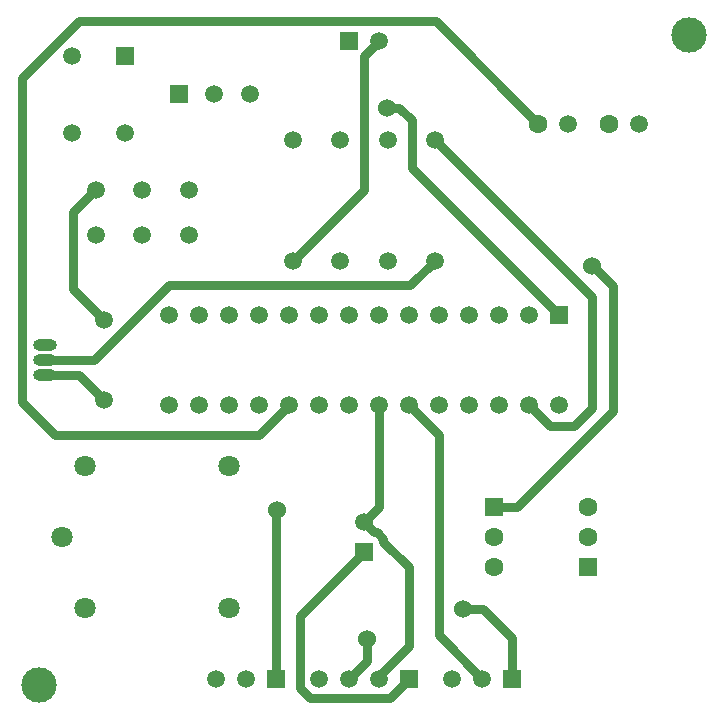
<source format=gtl>
G04 Layer_Physical_Order=1*
G04 Layer_Color=255*
%FSLAX25Y25*%
%MOIN*%
G70*
G01*
G75*
%ADD10C,0.03000*%
%ADD11R,0.06299X0.06299*%
%ADD12C,0.06299*%
%ADD13C,0.05906*%
%ADD14R,0.05906X0.05906*%
%ADD15R,0.05906X0.05906*%
%ADD16O,0.07874X0.03937*%
%ADD17O,0.07874X0.03937*%
%ADD18C,0.07087*%
%ADD19C,0.06299*%
%ADD20C,0.11811*%
%ADD21C,0.05984*%
%ADD22R,0.05984X0.05984*%
%ADD23C,0.06000*%
D10*
X96600Y32624D02*
X118110Y54134D01*
X96600Y8700D02*
Y32624D01*
Y8700D02*
X100000Y5300D01*
X126599D01*
X133110Y11811D01*
X118110Y63976D02*
X123110Y68976D01*
Y103110D01*
X141953Y231000D02*
X176102Y196850D01*
X23000Y231000D02*
X141953D01*
X4000Y212000D02*
X23000Y231000D01*
X21000Y141894D02*
X31496Y131398D01*
X21000Y141894D02*
Y167260D01*
X28543Y174803D01*
X83000Y93000D02*
X93110Y103110D01*
X15000Y93000D02*
X83000D01*
X4000Y104000D02*
X15000Y93000D01*
X4000Y104000D02*
Y212000D01*
X123110Y11811D02*
Y12745D01*
X143000Y26291D02*
X157480Y11811D01*
X143000Y26291D02*
Y93220D01*
X133110Y103110D02*
X143000Y93220D01*
X123110Y12745D02*
X133000Y22635D01*
Y49000D02*
X133087D01*
X133000Y22635D02*
Y49000D01*
X118110Y63976D02*
X121500Y60587D01*
X122513D01*
X124563Y58536D01*
Y57524D02*
Y58536D01*
Y57524D02*
X133087Y49000D01*
X194600Y149000D02*
X201000Y142600D01*
X161417Y69055D02*
X169055D01*
X201000Y101000D01*
Y142600D01*
X141732Y191339D02*
X194000Y139071D01*
Y102000D02*
Y139071D01*
X188000Y96000D02*
X194000Y102000D01*
X180220Y96000D02*
X188000D01*
X173110Y103110D02*
X180220Y96000D01*
X125600Y202100D02*
X129900D01*
X134000Y182220D02*
X183110Y133110D01*
X134000Y182220D02*
Y198000D01*
X129900Y202100D02*
X134000Y198000D01*
X119000Y17701D02*
Y25000D01*
X113110Y11811D02*
X119000Y17701D01*
X88740Y11811D02*
Y67740D01*
X89000Y68000D01*
X151000Y35000D02*
X157800D01*
X167480Y25320D01*
Y11811D02*
Y25320D01*
X11811Y113110D02*
X23209D01*
X31496Y104823D01*
X118000Y219299D02*
X123110Y224409D01*
X118000Y174693D02*
Y219299D01*
X94488Y151181D02*
X118000Y174693D01*
X133551Y143000D02*
X141732Y151181D01*
X53000Y143000D02*
X133551D01*
X28110Y118110D02*
X53000Y143000D01*
X11811Y118110D02*
X28110D01*
D11*
X192913Y49055D02*
D03*
X161417Y69055D02*
D03*
D12*
X192913Y59055D02*
D03*
Y69055D02*
D03*
X161417Y59055D02*
D03*
Y49055D02*
D03*
D13*
X118110Y63976D02*
D03*
X173110Y133110D02*
D03*
X163110D02*
D03*
X153110D02*
D03*
X143110D02*
D03*
X133110D02*
D03*
X123110D02*
D03*
X113110D02*
D03*
X103110D02*
D03*
X93110D02*
D03*
X83110D02*
D03*
X73110D02*
D03*
X63110D02*
D03*
X53110D02*
D03*
Y103110D02*
D03*
X63110D02*
D03*
X73110D02*
D03*
X83110D02*
D03*
X93110D02*
D03*
X103110D02*
D03*
X113110D02*
D03*
X123110D02*
D03*
X133110D02*
D03*
X143110D02*
D03*
X153110D02*
D03*
X163110D02*
D03*
X173110D02*
D03*
X183110D02*
D03*
X79921Y206693D02*
D03*
X68110D02*
D03*
X186102Y196850D02*
D03*
X209724D02*
D03*
X28740Y174803D02*
D03*
Y159843D02*
D03*
X44094D02*
D03*
Y174803D02*
D03*
X59842D02*
D03*
Y159843D02*
D03*
X94488Y151181D02*
D03*
Y191339D02*
D03*
X110236Y151181D02*
D03*
Y191339D02*
D03*
X141732Y151181D02*
D03*
Y191339D02*
D03*
X125984Y151181D02*
D03*
Y191339D02*
D03*
X20669Y219488D02*
D03*
Y193898D02*
D03*
X38386D02*
D03*
X31496Y131398D02*
D03*
Y104823D02*
D03*
D14*
X118110Y54134D02*
D03*
X38386Y219488D02*
D03*
D15*
X183110Y133110D02*
D03*
X56299Y206693D02*
D03*
D16*
X11811Y123110D02*
D03*
Y113110D02*
D03*
D17*
Y118110D02*
D03*
D18*
X17323Y59055D02*
D03*
X25197Y35433D02*
D03*
Y82677D02*
D03*
X73228Y35433D02*
D03*
Y82677D02*
D03*
D19*
X176102Y196850D02*
D03*
X199724D02*
D03*
D20*
X9843Y9843D02*
D03*
X226378Y226378D02*
D03*
D21*
X123110Y224410D02*
D03*
X103110Y11811D02*
D03*
X113110D02*
D03*
X123110D02*
D03*
X78740D02*
D03*
X68740D02*
D03*
X157480D02*
D03*
X147480D02*
D03*
D22*
X113110Y224410D02*
D03*
X133110Y11811D02*
D03*
X88740D02*
D03*
X167480D02*
D03*
D23*
X125600Y202100D02*
D03*
X194100Y149500D02*
D03*
X119000Y25000D02*
D03*
X89000Y68000D02*
D03*
X151000Y35000D02*
D03*
M02*

</source>
